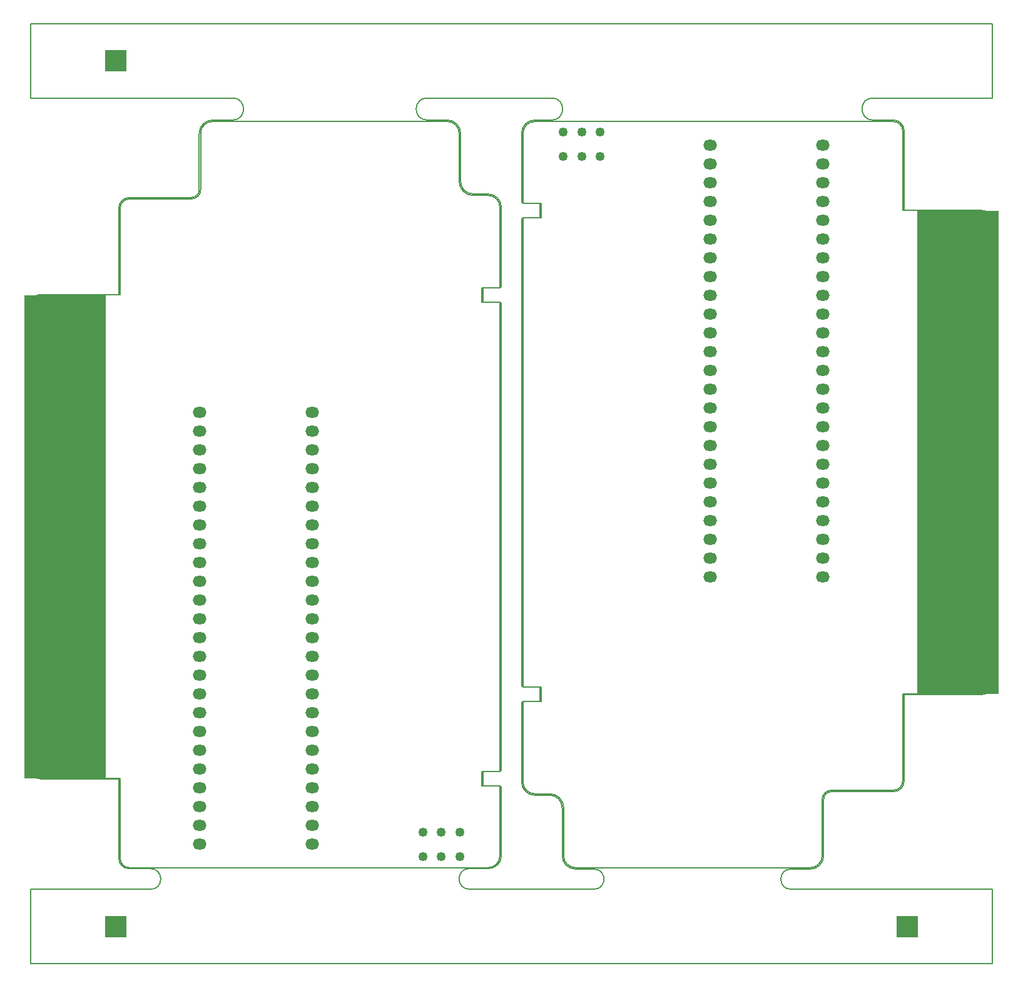
<source format=gbr>
G04 DesignSpark PCB PRO Gerber Version 10.0 Build 5299*
G04 #@! TF.Part,CustomerPanel*
G04 #@! TF.FileFunction,Soldermask,Top*
G04 #@! TF.FilePolarity,Negative*
%FSLAX35Y35*%
%MOIN*%
G04 #@! TA.AperFunction,WasherPad*
%ADD13R,0.43308X2.57639*%
%ADD10R,0.11812X0.11812*%
G04 #@! TD.AperFunction*
%ADD19C,0.00500*%
%ADD11C,0.00800*%
G04 #@! TA.AperFunction,ComponentPad*
%ADD17O,0.07287X0.05712*%
G04 #@! TA.AperFunction,SMDPad,CuDef*
%ADD15R,0.35633X0.06893*%
G04 #@! TA.AperFunction,ComponentPad*
%ADD18C,0.04924*%
G04 #@! TD.AperFunction*
X0Y0D02*
D02*
D13*
X128563Y227698D03*
D02*
D15*
X132342Y347833D03*
Y337833D03*
Y327833D03*
Y317833D03*
Y307833D03*
Y297833D03*
Y287833D03*
Y277833D03*
Y267833D03*
Y257833D03*
Y247833D03*
Y237833D03*
Y227833D03*
Y217833D03*
Y207833D03*
Y197833D03*
Y187833D03*
Y177833D03*
Y167833D03*
Y157833D03*
Y147833D03*
Y137833D03*
Y127833D03*
Y117833D03*
Y107833D03*
D02*
D17*
X200377Y294067D03*
X260377D03*
X200377Y284067D03*
X260377D03*
X200377Y274067D03*
X260377D03*
X200377Y264067D03*
X260377D03*
X200377Y254067D03*
X260377D03*
X200377Y244067D03*
X260377D03*
X200377Y234067D03*
X260377D03*
X200377Y224067D03*
X260377D03*
X200377Y214067D03*
X260377D03*
X200377Y204067D03*
X260377D03*
X200377Y194067D03*
X260377D03*
X200377Y184067D03*
X260377D03*
X200377Y174067D03*
X260377D03*
X200377Y164067D03*
X260377D03*
X200377Y154067D03*
X260377D03*
X200377Y144067D03*
X260377D03*
X200377Y134067D03*
X260377D03*
X200377Y124067D03*
X260377D03*
X200377Y114067D03*
X260377D03*
X200377Y104067D03*
X260377D03*
X200377Y94067D03*
X260377D03*
X200377Y84067D03*
X260377D03*
X200377Y74067D03*
X260377D03*
X200377Y64067D03*
X260377D03*
D02*
D18*
X319127Y70317D03*
X328970D03*
X338812D03*
X319127Y57325D03*
X328970D03*
X338812D03*
D02*
D19*
X110294Y351372D02*
G75*
G02*
X115574Y356652I5280J0D01*
G01*
X157932D01*
Y402831D01*
G75*
G02*
X162932Y407831I5000J0D01*
G01*
X195846D01*
G75*
G03*
X200846Y412831I0J5000D01*
G01*
Y442817D01*
G75*
G02*
X207096Y449067I6250J0D01*
G01*
X332316D01*
G75*
G02*
X338566Y442817I0J-6250D01*
G01*
Y417197D01*
G75*
G03*
X346066Y409697I7500J0D01*
G01*
X353970D01*
G75*
G02*
X360220Y403447I0J-6250D01*
G01*
Y360587D01*
X350446D01*
Y352713D01*
X360220D01*
Y102949D01*
X350444D01*
Y95075D01*
X360220D01*
Y57817D01*
G75*
G02*
X353970Y51567I-6250J0D01*
G01*
X162932D01*
G75*
G02*
X157932Y56567I0J5000D01*
G01*
Y99014D01*
X115792D01*
G75*
G02*
X110294Y104511I0J5497D01*
G01*
Y351372D01*
D02*
D10*
X155570Y20085D03*
Y481313D03*
X577212Y20085D03*
D02*
D13*
X604219Y272950D03*
D02*
D15*
X600439Y152816D03*
Y162816D03*
Y172816D03*
Y182816D03*
Y192816D03*
Y202816D03*
Y212816D03*
Y222816D03*
Y232816D03*
Y242816D03*
Y252816D03*
Y262816D03*
Y272816D03*
Y282816D03*
Y292816D03*
Y302816D03*
Y312816D03*
Y322816D03*
Y332816D03*
Y342816D03*
Y352816D03*
Y362816D03*
Y372816D03*
Y382816D03*
Y392816D03*
D02*
D17*
X532404Y206581D03*
X472404D03*
X532404Y216581D03*
X472404D03*
X532404Y226581D03*
X472404D03*
X532404Y236581D03*
X472404D03*
X532404Y246581D03*
X472404D03*
X532404Y256581D03*
X472404D03*
X532404Y266581D03*
X472404D03*
X532404Y276581D03*
X472404D03*
X532404Y286581D03*
X472404D03*
X532404Y296581D03*
X472404D03*
X532404Y306581D03*
X472404D03*
X532404Y316581D03*
X472404D03*
X532404Y326581D03*
X472404D03*
X532404Y336581D03*
X472404D03*
X532404Y346581D03*
X472404D03*
X532404Y356581D03*
X472404D03*
X532404Y366581D03*
X472404D03*
X532404Y376581D03*
X472404D03*
X532404Y386581D03*
X472404D03*
X532404Y396581D03*
X472404D03*
X532404Y406581D03*
X472404D03*
X532404Y416581D03*
X472404D03*
X532404Y426581D03*
X472404D03*
X532404Y436581D03*
X472404D03*
D02*
D18*
X413654Y430331D03*
X403811D03*
X393969D03*
X413654Y443323D03*
X403811D03*
X393969D03*
D02*
D19*
X622487Y149277D02*
G75*
G02*
X617207Y143997I-5280J0D01*
G01*
X574849D01*
Y97817D01*
G75*
G02*
X569849Y92817I-5000J0D01*
G01*
X536935D01*
G75*
G03*
X531935Y87817I0J-5000D01*
G01*
Y57831D01*
G75*
G02*
X525685Y51581I-6250J0D01*
G01*
X400465D01*
G75*
G02*
X394215Y57831I0J6250D01*
G01*
Y83451D01*
G75*
G03*
X386715Y90951I-7500J0D01*
G01*
X378811D01*
G75*
G02*
X372561Y97201I0J6250D01*
G01*
Y140061D01*
X382335D01*
Y147935D01*
X372561D01*
Y397699D01*
X382337D01*
Y405573D01*
X372561D01*
Y442831D01*
G75*
G02*
X378811Y449081I6250J0D01*
G01*
X569849D01*
G75*
G02*
X574849Y444081I0J-5000D01*
G01*
Y401635D01*
X616989D01*
G75*
G02*
X622487Y396137I0J-5497D01*
G01*
Y149277D01*
D02*
D11*
X559044Y449831D02*
G75*
G02*
Y461628I0J5899D01*
G01*
X622487D01*
Y500998D01*
X110294D01*
Y461628D01*
X217794D01*
G75*
G02*
Y449817I0J-5906D01*
G01*
X207096D01*
G75*
G03*
X200096Y442817I0J-7000D01*
G01*
Y412831D01*
G75*
G02*
X195846Y408581I-4250J0D01*
G01*
X162932D01*
G75*
G03*
X157182Y402831I0J-5750D01*
G01*
Y356838D01*
X115411D01*
G75*
G03*
X110294Y351721I0J-5117D01*
G01*
Y104236D01*
G75*
G03*
X115661Y98870I5367J0D01*
G01*
X157182D01*
Y56567D01*
G75*
G03*
X162680Y51070I5497J0D01*
G01*
X174044D01*
G75*
G02*
Y40023I0J-5524D01*
G01*
X110294D01*
Y400D01*
X622487D01*
Y40087D01*
X515294D01*
G75*
G02*
Y50831I0J5372D01*
G01*
X525685D01*
G75*
G03*
X532685Y57831I0J7000D01*
G01*
Y87817D01*
G75*
G02*
X536935Y92067I4250J0D01*
G01*
X569849D01*
G75*
G03*
X575599Y97817I0J5750D01*
G01*
Y143799D01*
X616870D01*
G75*
G03*
X622487Y149415I0J5616D01*
G01*
Y396026D01*
G75*
G03*
X616746Y401767I-5741J0D01*
G01*
X575599D01*
Y444081D01*
G75*
G03*
X569849Y449831I-5750J0D01*
G01*
X559044D01*
X387794D02*
X378811D01*
G75*
G03*
X371811Y442831I0J-7000D01*
G01*
Y406150D01*
G75*
G03*
X372561Y405400I750J0D01*
G01*
X381587D01*
Y397900D01*
X372561D01*
G75*
G03*
X371811Y397150I0J-750D01*
G01*
Y148543D01*
G75*
G03*
X372561Y147793I750J0D01*
G01*
X381585D01*
Y140180D01*
X372561D01*
G75*
G03*
X371811Y139430I0J-750D01*
G01*
Y97201D01*
G75*
G03*
X378811Y90201I7000J0D01*
G01*
X386715D01*
G75*
G02*
X393465Y83451I0J-6750D01*
G01*
Y57831D01*
G75*
G03*
X400465Y50831I7000J0D01*
G01*
X410321D01*
G75*
G02*
Y40087I0J-5372D01*
G01*
X344044D01*
G75*
G02*
Y51135I0J5524D01*
G01*
X354287D01*
G75*
G03*
X360970Y57817I0J6683D01*
G01*
Y94500D01*
G75*
G03*
X360220Y95250I-750J0D01*
G01*
X351194D01*
Y102739D01*
X360220D01*
G75*
G03*
X360970Y103489I0J750D01*
G01*
Y352150D01*
G75*
G03*
X360220Y352900I-750J0D01*
G01*
X351196D01*
Y360400D01*
X360220D01*
G75*
G03*
X360970Y361150I0J750D01*
G01*
Y403447D01*
G75*
G03*
X353970Y410447I-7000J0D01*
G01*
X346066D01*
G75*
G02*
X339316Y417197I0J6750D01*
G01*
Y442817D01*
G75*
G03*
X332316Y449817I-7000J0D01*
G01*
X321544D01*
G75*
G02*
Y461628I0J5906D01*
G01*
X387794D01*
G75*
G02*
Y449831I0J-5898D01*
G01*
X0Y0D02*
M02*

</source>
